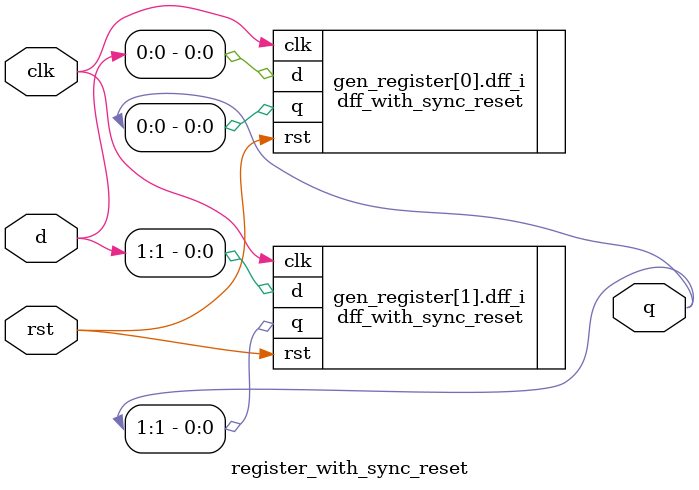
<source format=sv>
module register_with_sync_reset #(parameter integer BITWIDTH = 2) (
  input clk,
  input rst,
  input wire [BITWIDTH-1:0] d,
  output wire [BITWIDTH-1:0] q
  );

  genvar i;
  generate
    for (i = 0; i < BITWIDTH; i++) begin : gen_register
      dff_with_sync_reset dff_i (
        .clk(clk),
        .rst(rst),
        .d(d[i]),
        .q(q[i])
        );
    end
  endgenerate
endmodule

</source>
